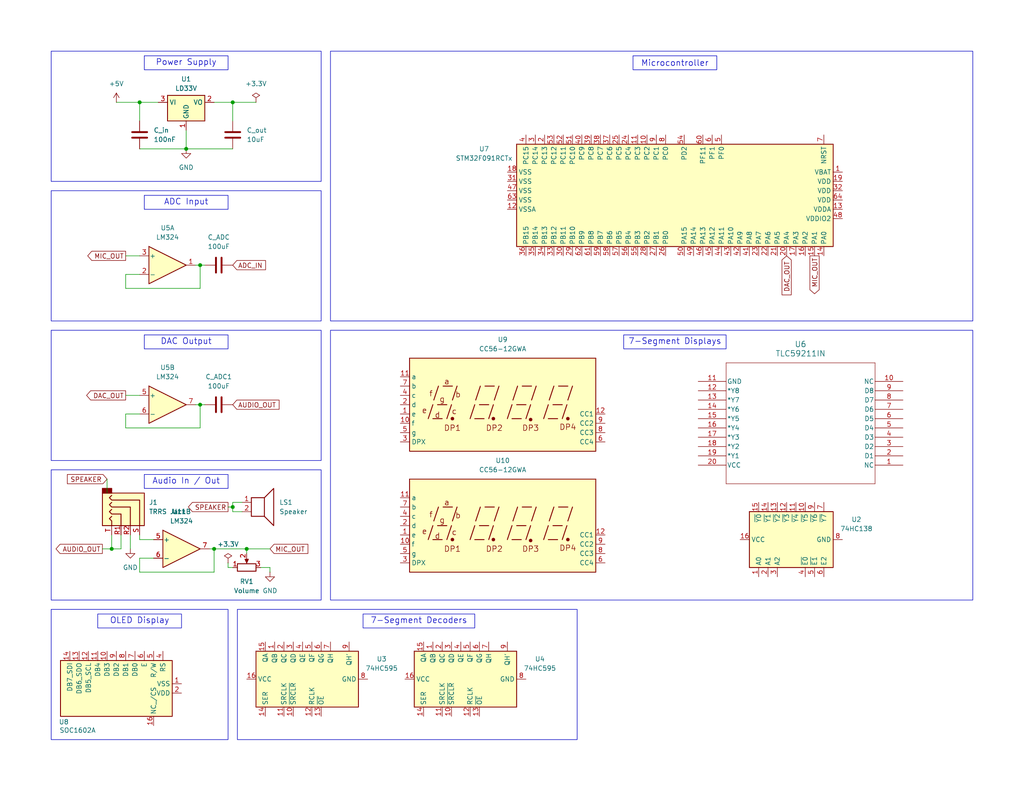
<source format=kicad_sch>
(kicad_sch (version 20231120) (generator "eeschema") (generator_version "8.0")
  (paper "USLetter")
  (title_block (title "Autotune and the Microcontrollers") (date "2024-11-06") (rev "V1.1") (company "Purdue ECE 36200 Group 3"))
  (lib_symbols
    (symbol "74xx:74HC138"
      (property "Reference" "U" (at -7.62 13.97 0))
      (property "Value" "74HC138" (at 2.54 -11.43 0))
      (symbol "74HC138_0_1"
        (rectangle (start -7.62 12.7) (end 7.62 -10.16) (stroke (width 0.254)) (fill (type background)))
      )
      (symbol "74HC138_1_1"
        (pin input line (at -10.16 10.16 0) (length 2.54) (name "A0") (number "1"))
        (pin output line (at 10.16 -2.54 180) (length 2.54) (name "~{Y5}") (number "10"))
        (pin output line (at 10.16 0 180) (length 2.54) (name "~{Y4}") (number "11"))
        (pin output line (at 10.16 2.54 180) (length 2.54) (name "~{Y3}") (number "12"))
        (pin output line (at 10.16 5.08 180) (length 2.54) (name "~{Y2}") (number "13"))
        (pin output line (at 10.16 7.62 180) (length 2.54) (name "~{Y1}") (number "14"))
        (pin output line (at 10.16 10.16 180) (length 2.54) (name "~{Y0}") (number "15"))
        (pin power_in line (at 0 15.24 270) (length 2.54) (name "VCC") (number "16"))
        (pin input line (at -10.16 7.62 0) (length 2.54) (name "A1") (number "2"))
        (pin input line (at -10.16 5.08 0) (length 2.54) (name "A2") (number "3"))
        (pin input line (at -10.16 -2.54 0) (length 2.54) (name "~{E0}") (number "4"))
        (pin input line (at -10.16 -5.08 0) (length 2.54) (name "~{E1}") (number "5"))
        (pin input line (at -10.16 -7.62 0) (length 2.54) (name "E2") (number "6"))
        (pin output line (at 10.16 -7.62 180) (length 2.54) (name "~{Y7}") (number "7"))
        (pin power_in line (at 0 -12.7 90) (length 2.54) (name "GND") (number "8"))
        (pin output line (at 10.16 -5.08 180) (length 2.54) (name "~{Y6}") (number "9"))
      )
    )
    (symbol "74xx:74HC595"
      (property "Reference" "U" (at -7.62 13.97 0))
      (property "Value" "74HC595" (at -7.62 -16.51 0))
      (symbol "74HC595_1_0"
        (pin tri_state line (at 10.16 7.62 180) (length 2.54) (name "QB") (number "1"))
        (pin input line (at -10.16 2.54 0) (length 2.54) (name "~{SRCLR}") (number "10"))
        (pin input line (at -10.16 5.08 0) (length 2.54) (name "SRCLK") (number "11"))
        (pin input line (at -10.16 -2.54 0) (length 2.54) (name "RCLK") (number "12"))
        (pin input line (at -10.16 -5.08 0) (length 2.54) (name "~{OE}") (number "13"))
        (pin input line (at -10.16 10.16 0) (length 2.54) (name "SER") (number "14"))
        (pin tri_state line (at 10.16 10.16 180) (length 2.54) (name "QA") (number "15"))
        (pin power_in line (at 0 15.24 270) (length 2.54) (name "VCC") (number "16"))
        (pin tri_state line (at 10.16 5.08 180) (length 2.54) (name "QC") (number "2"))
        (pin tri_state line (at 10.16 2.54 180) (length 2.54) (name "QD") (number "3"))
        (pin tri_state line (at 10.16 0 180) (length 2.54) (name "QE") (number "4"))
        (pin tri_state line (at 10.16 -2.54 180) (length 2.54) (name "QF") (number "5"))
        (pin tri_state line (at 10.16 -5.08 180) (length 2.54) (name "QG") (number "6"))
        (pin tri_state line (at 10.16 -7.62 180) (length 2.54) (name "QH") (number "7"))
        (pin power_in line (at 0 -17.78 90) (length 2.54) (name "GND") (number "8"))
        (pin output line (at 10.16 -12.7 180) (length 2.54) (name "QH'") (number "9"))
      )
      (symbol "74HC595_1_1"
        (rectangle (start -7.62 12.7) (end 7.62 -15.24) (stroke (width 0.254)) (fill (type background)))
      )
    )
    (symbol "Amplifier_Operational:LM324" (pin_names (offset 0.127))
      (property "Reference" "U" (at 0 5.08 0))
      (property "Value" "LM324" (at 0 -5.08 0))
      (symbol "LM324_1_1"
        (polyline (pts (xy -5.08 5.08) (xy 5.08 0) (xy -5.08 -5.08) (xy -5.08 5.08)) (stroke (width 0.254)) (fill (type background)))
        (pin output line (at 7.62 0 180) (length 2.54) (name "~") (number "1"))
        (pin input line (at -7.62 -2.54 0) (length 2.54) (name "-") (number "2"))
        (pin input line (at -7.62 2.54 0) (length 2.54) (name "+") (number "3"))
      )
      (symbol "LM324_2_1"
        (polyline (pts (xy -5.08 5.08) (xy 5.08 0) (xy -5.08 -5.08) (xy -5.08 5.08)) (stroke (width 0.254)) (fill (type background)))
        (pin input line (at -7.62 2.54 0) (length 2.54) (name "+") (number "5"))
        (pin input line (at -7.62 -2.54 0) (length 2.54) (name "-") (number "6"))
        (pin output line (at 7.62 0 180) (length 2.54) (name "~") (number "7"))
      )
      (symbol "LM324_3_1"
        (polyline (pts (xy -5.08 5.08) (xy 5.08 0) (xy -5.08 -5.08) (xy -5.08 5.08)) (stroke (width 0.254)) (fill (type background)))
        (pin input line (at -7.62 2.54 0) (length 2.54) (name "+") (number "10"))
        (pin output line (at 7.62 0 180) (length 2.54) (name "~") (number "8"))
        (pin input line (at -7.62 -2.54 0) (length 2.54) (name "-") (number "9"))
      )
      (symbol "LM324_4_1"
        (polyline (pts (xy -5.08 5.08) (xy 5.08 0) (xy -5.08 -5.08) (xy -5.08 5.08)) (stroke (width 0.254)) (fill (type background)))
        (pin input line (at -7.62 2.54 0) (length 2.54) (name "+") (number "12"))
        (pin input line (at -7.62 -2.54 0) (length 2.54) (name "-") (number "13"))
        (pin output line (at 7.62 0 180) (length 2.54) (name "~") (number "14"))
      )
      (symbol "LM324_5_1"
        (pin power_in line (at -2.54 -7.62 90) (length 3.81) (name "V-") (number "11"))
        (pin power_in line (at -2.54 7.62 270) (length 3.81) (name "V+") (number "4"))
      )
    )
    (symbol "Connector_Audio:AudioJack4"
      (property "Reference" "J" (at 0 8.89 0))
      (property "Value" "AudioJack4" (at 0 6.35 0))
      (symbol "AudioJack4_0_1"
        (rectangle (start -6.35 -5.08) (end -7.62 -7.62) (stroke (width 0.254)) (fill (type outline)))
        (polyline (pts (xy 0 -5.08) (xy 0.635 -5.715) (xy 1.27 -5.08) (xy 2.54 -5.08)) (stroke (width 0.254)))
        (polyline (pts (xy -5.715 -5.08) (xy -5.08 -5.715) (xy -4.445 -5.08) (xy -4.445 2.54) (xy 2.54 2.54)) (stroke (width 0.254)))
        (polyline (pts (xy -1.905 -5.08) (xy -1.27 -5.715) (xy -0.635 -5.08) (xy -0.635 -2.54) (xy 2.54 -2.54)) (stroke (width 0.254)))
        (polyline (pts (xy 2.54 0) (xy -2.54 0) (xy -2.54 -5.08) (xy -3.175 -5.715) (xy -3.81 -5.08)) (stroke (width 0.254)))
        (rectangle (start 2.54 3.81) (end -6.35 -7.62) (stroke (width 0.254)) (fill (type background)))
      )
      (symbol "AudioJack4_1_1"
        (pin passive line (at 5.08 -2.54 180) (length 2.54) (name "~") (number "R1"))
        (pin passive line (at 5.08 0 180) (length 2.54) (name "~") (number "R2"))
        (pin passive line (at 5.08 2.54 180) (length 2.54) (name "~") (number "S"))
        (pin passive line (at 5.08 -5.08 180) (length 2.54) (name "~") (number "T"))
      )
    )
    (symbol "Device:C" (pin_numbers hide) (pin_names (offset 0.254))
      (property "Reference" "C" (at 0.635 2.54 0))
      (property "Value" "C" (at 0.635 -2.54 0))
      (symbol "C_0_1"
        (polyline (pts (xy -2.032 -0.762) (xy 2.032 -0.762)) (stroke (width 0.508)))
        (polyline (pts (xy -2.032 0.762) (xy 2.032 0.762)) (stroke (width 0.508)))
      )
      (symbol "C_1_1"
        (pin passive line (at 0 3.81 270) (length 2.794) (name "~") (number "1"))
        (pin passive line (at 0 -3.81 90) (length 2.794) (name "~") (number "2"))
      )
    )
    (symbol "Device:R_Potentiometer" (pin_names (offset 1.016) hide)
      (property "Reference" "RV" (at -4.445 0 90))
      (property "Value" "R_Potentiometer" (at -2.54 0 90))
      (symbol "R_Potentiometer_0_1"
        (polyline (pts (xy 2.54 0) (xy 1.524 0)))
        (polyline (pts (xy 1.143 0) (xy 2.286 0.508) (xy 2.286 -0.508) (xy 1.143 0)) (fill (type outline)))
        (rectangle (start 1.016 2.54) (end -1.016 -2.54) (stroke (width 0.254)))
      )
      (symbol "R_Potentiometer_1_1"
        (pin passive line (at 0 3.81 270) (length 1.27) (name "1") (number "1"))
        (pin passive line (at 3.81 0 180) (length 1.27) (name "2") (number "2"))
        (pin passive line (at 0 -3.81 90) (length 1.27) (name "3") (number "3"))
      )
    )
    (symbol "Device:Speaker" (pin_names (offset 0) hide)
      (property "Reference" "LS" (at 1.27 5.715 0))
      (property "Value" "Speaker" (at 1.27 3.81 0))
      (symbol "Speaker_0_0"
        (rectangle (start -2.54 1.27) (end 1.016 -3.81) (stroke (width 0.254)))
        (polyline (pts (xy 1.016 1.27) (xy 3.556 3.81) (xy 3.556 -6.35) (xy 1.016 -3.81)) (stroke (width 0.254)))
      )
      (symbol "Speaker_1_1"
        (pin input line (at -5.08 0 0) (length 2.54) (name "1") (number "1"))
        (pin input line (at -5.08 -2.54 0) (length 2.54) (name "2") (number "2"))
      )
    )
    (symbol "Display_Character:CC56-12GWA"
      (property "Reference" "U" (at -24.13 13.97 0))
      (property "Value" "CC56-12GWA" (at 19.05 13.97 0))
      (symbol "CC56-12GWA_0_0"
        (rectangle (start -25.4 12.7) (end 25.4 -12.7) (stroke (width 0.254)) (fill (type background)))
        (polyline (pts (xy -20.32 -3.81) (xy -19.05 0)) (stroke (width 0.254)))
        (polyline (pts (xy -19.05 -3.81) (xy -16.51 -3.81)) (stroke (width 0.254)))
        (polyline (pts (xy -18.796 1.27) (xy -17.526 5.08)) (stroke (width 0.254)))
        (polyline (pts (xy -17.78 0) (xy -15.24 0)) (stroke (width 0.254)))
        (polyline (pts (xy -16.256 5.08) (xy -13.716 5.08)) (stroke (width 0.254)))
        (polyline (pts (xy -15.24 -3.81) (xy -13.97 0)) (stroke (width 0.254)))
        (polyline (pts (xy -13.716 1.27) (xy -12.446 5.08)) (stroke (width 0.254)))
        (polyline (pts (xy -8.89 -3.81) (xy -7.62 0)) (stroke (width 0.254)))
        (polyline (pts (xy -7.62 -3.81) (xy -5.08 -3.81)) (stroke (width 0.254)))
        (polyline (pts (xy -7.366 1.27) (xy -6.096 5.08)) (stroke (width 0.254)))
        (polyline (pts (xy -6.35 0) (xy -3.81 0)) (stroke (width 0.254)))
        (polyline (pts (xy -4.826 5.08) (xy -2.286 5.08)) (stroke (width 0.254)))
        (polyline (pts (xy -3.81 -3.81) (xy -2.54 0)) (stroke (width 0.254)))
        (polyline (pts (xy -2.286 1.27) (xy -1.016 5.08)) (stroke (width 0.254)))
        (polyline (pts (xy 1.27 -3.81) (xy 2.54 0)) (stroke (width 0.254)))
        (polyline (pts (xy 2.54 -3.81) (xy 5.08 -3.81)) (stroke (width 0.254)))
        (polyline (pts (xy 2.794 1.27) (xy 4.064 5.08)) (stroke (width 0.254)))
        (polyline (pts (xy 3.81 0) (xy 6.35 0)) (stroke (width 0.254)))
        (polyline (pts (xy 5.334 5.08) (xy 7.874 5.08)) (stroke (width 0.254)))
        (polyline (pts (xy 6.35 -3.81) (xy 7.62 0)) (stroke (width 0.254)))
        (polyline (pts (xy 7.874 1.27) (xy 9.144 5.08)) (stroke (width 0.254)))
        (polyline (pts (xy 11.176 -3.81) (xy 12.446 0)) (stroke (width 0.254)))
        (polyline (pts (xy 12.446 -3.81) (xy 14.986 -3.81)) (stroke (width 0.254)))
        (polyline (pts (xy 12.7 1.27) (xy 13.97 5.08)) (stroke (width 0.254)))
        (polyline (pts (xy 13.716 0) (xy 16.256 0)) (stroke (width 0.254)))
        (polyline (pts (xy 15.24 5.08) (xy 17.78 5.08)) (stroke (width 0.254)))
        (polyline (pts (xy 16.256 -3.81) (xy 17.526 0)) (stroke (width 0.254)))
        (polyline (pts (xy 17.78 1.27) (xy 19.05 5.08)) (stroke (width 0.254)))
        (text "a" (at -15.24 6.35 0) (effects (font (size 1.524 1.524))))
        (text "b" (at -12.192 2.794 0) (effects (font (size 1.524 1.524))))
        (text "c" (at -13.208 -1.778 0) (effects (font (size 1.524 1.524))))
        (text "d" (at -17.78 -2.794 0) (effects (font (size 1.524 1.524))))
        (text "DP1" (at -13.716 -6.35 0) (effects (font (size 1.524 1.524))))
        (text "DP2" (at -2.286 -6.35 0) (effects (font (size 1.524 1.524))))
        (text "DP3" (at 7.62 -6.35 0) (effects (font (size 1.524 1.524))))
        (text "DP4" (at 17.78 -6.096 0) (effects (font (size 1.524 1.524))))
        (text "e" (at -21.336 -1.524 0) (effects (font (size 1.524 1.524))))
        (text "f" (at -19.558 3.048 0) (effects (font (size 1.524 1.524))))
        (text "g" (at -16.51 1.524 0) (effects (font (size 1.524 1.524))))
      )
      (symbol "CC56-12GWA_0_1"
        (circle (center -13.716 -3.81) (radius 0.3556) (stroke (width 0.254)) (fill (type outline)))
        (circle (center -2.54 -3.81) (radius 0.3556) (stroke (width 0.254)) (fill (type outline)))
      )
      (symbol "CC56-12GWA_1_0"
        (circle (center 7.62 -4.064) (radius 0.3556) (stroke (width 0.254)) (fill (type outline)))
        (circle (center 17.78 -3.81) (radius 0.3556) (stroke (width 0.254)) (fill (type outline)))
      )
      (symbol "CC56-12GWA_1_1"
        (pin input line (at -27.94 -2.54 0) (length 2.54) (name "e") (number "1"))
        (pin input line (at -27.94 -5.08 0) (length 2.54) (name "f") (number "10"))
        (pin input line (at -27.94 7.62 0) (length 2.54) (name "a") (number "11"))
        (pin input line (at 27.94 -2.54 180) (length 2.54) (name "CC1") (number "12"))
        (pin input line (at -27.94 0 0) (length 2.54) (name "d") (number "2"))
        (pin input line (at -27.94 -10.16 0) (length 2.54) (name "DPX") (number "3"))
        (pin input line (at -27.94 2.54 0) (length 2.54) (name "c") (number "4"))
        (pin input line (at -27.94 -7.62 0) (length 2.54) (name "g") (number "5"))
        (pin input line (at 27.94 -10.16 180) (length 2.54) (name "CC4") (number "6"))
        (pin input line (at -27.94 5.08 0) (length 2.54) (name "b") (number "7"))
        (pin input line (at 27.94 -7.62 180) (length 2.54) (name "CC3") (number "8"))
        (pin input line (at 27.94 -5.08 180) (length 2.54) (name "CC2") (number "9"))
      )
    )
    (symbol "Regulator_Linear:LD1117S33TR_SOT223"
      (property "Reference" "U" (at -3.81 3.175 0))
      (property "Value" "LD1117S33TR_SOT223" (at 0 3.175 0))
      (symbol "LD1117S33TR_SOT223_0_1"
        (rectangle (start -5.08 -5.08) (end 5.08 1.905) (stroke (width 0.254)) (fill (type background)))
      )
      (symbol "LD1117S33TR_SOT223_1_1"
        (pin power_in line (at 0 -7.62 90) (length 2.54) (name "GND") (number "1"))
        (pin power_out line (at 7.62 0 180) (length 2.54) (name "VO") (number "2"))
        (pin power_in line (at -7.62 0 0) (length 2.54) (name "VI") (number "3"))
      )
    )
    (symbol "TLC59211IN:TLC59211IN" (pin_names (offset 0.254))
      (property "Reference" "U" (at 27.94 10.16 0))
      (property "Value" "TLC59211IN" (at 27.94 7.62 0))
      (symbol "TLC59211IN_1_1"
        (polyline (pts (xy 7.62 -27.94) (xy 48.26 -27.94)) (stroke (width 0.127)))
        (polyline (pts (xy 7.62 5.08) (xy 7.62 -27.94)) (stroke (width 0.127)))
        (polyline (pts (xy 48.26 -27.94) (xy 48.26 5.08)) (stroke (width 0.127)))
        (polyline (pts (xy 48.26 5.08) (xy 7.62 5.08)) (stroke (width 0.127)))
        (pin unspecified line (at 0 0 0) (length 7.62) (name "NC") (number "1"))
        (pin unspecified line (at 0 -22.86 0) (length 7.62) (name "NC") (number "10"))
        (pin power_in line (at 55.88 -22.86 180) (length 7.62) (name "GND") (number "11"))
        (pin output line (at 55.88 -20.32 180) (length 7.62) (name "*Y8") (number "12"))
        (pin output line (at 55.88 -17.78 180) (length 7.62) (name "*Y7") (number "13"))
        (pin output line (at 55.88 -15.24 180) (length 7.62) (name "*Y6") (number "14"))
        (pin output line (at 55.88 -12.7 180) (length 7.62) (name "*Y5") (number "15"))
        (pin output line (at 55.88 -10.16 180) (length 7.62) (name "*Y4") (number "16"))
        (pin output line (at 55.88 -7.62 180) (length 7.62) (name "*Y3") (number "17"))
        (pin output line (at 55.88 -5.08 180) (length 7.62) (name "*Y2") (number "18"))
        (pin output line (at 55.88 -2.54 180) (length 7.62) (name "*Y1") (number "19"))
        (pin input line (at 0 -2.54 0) (length 7.62) (name "D1") (number "2"))
        (pin power_in line (at 55.88 0 180) (length 7.62) (name "VCC") (number "20"))
        (pin input line (at 0 -5.08 0) (length 7.62) (name "D2") (number "3"))
        (pin input line (at 0 -7.62 0) (length 7.62) (name "D3") (number "4"))
        (pin input line (at 0 -10.16 0) (length 7.62) (name "D4") (number "5"))
        (pin input line (at 0 -12.7 0) (length 7.62) (name "D5") (number "6"))
        (pin input line (at 0 -15.24 0) (length 7.62) (name "D6") (number "7"))
        (pin input line (at 0 -17.78 0) (length 7.62) (name "D7") (number "8"))
        (pin input line (at 0 -20.32 0) (length 7.62) (name "D8") (number "9"))
      )
    )
    (symbol "power:+5V" (power) (pin_numbers hide) (pin_names (offset 0) hide)
      (property "Value" "+5V" (at 0 3.556 0))
      (symbol "+5V_0_1"
        (polyline (pts (xy -0.762 1.27) (xy 0 2.54)))
        (polyline (pts (xy 0 0) (xy 0 2.54)))
        (polyline (pts (xy 0 2.54) (xy 0.762 1.27)))
      )
      (symbol "+5V_1_1"
        (pin power_in line (at 0 0 90) (length 0) (name "~") (number "1"))
      )
    )
    (symbol "power:GND" (power) (pin_numbers hide) (pin_names (offset 0) hide)
      (property "Value" "GND" (at 0 -3.81 0))
      (symbol "GND_0_1"
        (polyline (pts (xy 0 0) (xy 0 -1.27) (xy 1.27 -1.27) (xy 0 -2.54) (xy -1.27 -1.27) (xy 0 -1.27)))
      )
      (symbol "GND_1_1"
        (pin power_in line (at 0 0 270) (length 0) (name "~") (number "1"))
      )
    )
    (symbol "power:PWR_FLAG" (power) (pin_numbers hide) (pin_names (offset 0) hide)
      (property "Value" "PWR_FLAG" (at 0 3.81 0))
      (symbol "PWR_FLAG_0_0"
        (pin power_out line (at 0 0 90) (length 0) (name "~") (number "1"))
      )
      (symbol "PWR_FLAG_0_1"
        (polyline (pts (xy 0 0) (xy 0 1.27) (xy -1.016 1.905) (xy 0 2.54) (xy 1.016 1.905) (xy 0 1.27)))
      )
    )
    (symbol "soc1602a:SOC1602A"
      (property "Reference" "U" (at -6.35 16.51 0))
      (property "Value" "SOC1602A" (at 2.794 16.51 0))
      (symbol "SOC1602A_0_1"
        (rectangle (start -7.62 15.24) (end 7.62 -15.24) (stroke (width 0.254)) (fill (type background)))
      )
      (symbol "SOC1602A_1_1"
        (pin power_in line (at -1.27 17.78 270) (length 2.54) (name "VSS") (number "1"))
        (pin bidirectional line (at -10.16 -2.54 0) (length 2.54) (name "DB3") (number "10"))
        (pin bidirectional line (at -10.16 -5.08 0) (length 2.54) (name "DB4") (number "11"))
        (pin bidirectional line (at -10.16 -7.62 0) (length 2.54) (name "DB5_SCL") (number "12"))
        (pin bidirectional line (at -10.16 -10.16 0) (length 2.54) (name "DB6_SDO") (number "13"))
        (pin bidirectional line (at -10.16 -12.7 0) (length 2.54) (name "DB7_SDI") (number "14"))
        (pin input line (at 10.16 10.16 180) (length 2.54) (name "NC_/CS") (number "16"))
        (pin power_in line (at 1.27 17.78 270) (length 2.54) (name "VDD") (number "2"))
        (pin input line (at -10.16 12.7 0) (length 2.54) (name "RS") (number "4"))
        (pin input line (at -10.16 10.16 0) (length 2.54) (name "R/W") (number "5"))
        (pin input line (at -10.16 7.62 0) (length 2.54) (name "E") (number "6"))
        (pin bidirectional line (at -10.16 5.08 0) (length 2.54) (name "DB0") (number "7"))
        (pin bidirectional line (at -10.16 2.54 0) (length 2.54) (name "DB1") (number "8"))
        (pin bidirectional line (at -10.16 0 0) (length 2.54) (name "DB2") (number "9"))
      )
    )
    (symbol "stm32f091-cache:STM32F091RCTx"
      (property "Reference" "U" (at -15.24 44.45 0))
      (property "Value" "STM32F091RCTx" (at 7.62 44.45 0))
      (symbol "STM32F091RCTx_0_1"
        (rectangle (start -15.24 -43.18) (end 12.7 43.18) (stroke (width 0.254)) (fill (type background)))
      )
      (symbol "STM32F091RCTx_1_1"
        (pin power_in line (at -7.62 45.72 270) (length 2.54) (name "VBAT") (number "1"))
        (pin bidirectional line (at -17.78 -7.62 0) (length 2.54) (name "PC2") (number "10"))
        (pin bidirectional line (at -17.78 -10.16 0) (length 2.54) (name "PC3") (number "11"))
        (pin power_in line (at 2.54 -45.72 90) (length 2.54) (name "VSSA") (number "12"))
        (pin power_in line (at 2.54 45.72 270) (length 2.54) (name "VDDA") (number "13"))
        (pin bidirectional line (at 15.24 40.64 180) (length 2.54) (name "PA0") (number "14"))
        (pin bidirectional line (at 15.24 38.1 180) (length 2.54) (name "PA1") (number "15"))
        (pin bidirectional line (at 15.24 35.56 180) (length 2.54) (name "PA2") (number "16"))
        (pin bidirectional line (at 15.24 33.02 180) (length 2.54) (name "PA3") (number "17"))
        (pin power_in line (at -7.62 -45.72 90) (length 2.54) (name "VSS") (number "18"))
        (pin power_in line (at -5.08 45.72 270) (length 2.54) (name "VDD") (number "19"))
        (pin bidirectional line (at -17.78 -35.56 0) (length 2.54) (name "PC13") (number "2"))
        (pin bidirectional line (at 15.24 30.48 180) (length 2.54) (name "PA4") (number "20"))
        (pin bidirectional line (at 15.24 27.94 180) (length 2.54) (name "PA5") (number "21"))
        (pin bidirectional line (at 15.24 25.4 180) (length 2.54) (name "PA6") (number "22"))
        (pin bidirectional line (at 15.24 22.86 180) (length 2.54) (name "PA7") (number "23"))
        (pin bidirectional line (at -17.78 -12.7 0) (length 2.54) (name "PC4") (number "24"))
        (pin bidirectional line (at -17.78 -15.24 0) (length 2.54) (name "PC5") (number "25"))
        (pin bidirectional line (at 15.24 -2.54 180) (length 2.54) (name "PB0") (number "26"))
        (pin bidirectional line (at 15.24 -5.08 180) (length 2.54) (name "PB1") (number "27"))
        (pin bidirectional line (at 15.24 -7.62 180) (length 2.54) (name "PB2") (number "28"))
        (pin bidirectional line (at 15.24 -27.94 180) (length 2.54) (name "PB10") (number "29"))
        (pin bidirectional line (at -17.78 -38.1 0) (length 2.54) (name "PC14") (number "3"))
        (pin bidirectional line (at 15.24 -30.48 180) (length 2.54) (name "PB11") (number "30"))
        (pin power_in line (at -5.08 -45.72 90) (length 2.54) (name "VSS") (number "31"))
        (pin power_in line (at -2.54 45.72 270) (length 2.54) (name "VDD") (number "32"))
        (pin bidirectional line (at 15.24 -33.02 180) (length 2.54) (name "PB12") (number "33"))
        (pin bidirectional line (at 15.24 -35.56 180) (length 2.54) (name "PB13") (number "34"))
        (pin bidirectional line (at 15.24 -38.1 180) (length 2.54) (name "PB14") (number "35"))
        (pin bidirectional line (at 15.24 -40.64 180) (length 2.54) (name "PB15") (number "36"))
        (pin bidirectional line (at -17.78 -17.78 0) (length 2.54) (name "PC6") (number "37"))
        (pin bidirectional line (at -17.78 -20.32 0) (length 2.54) (name "PC7") (number "38"))
        (pin bidirectional line (at -17.78 -22.86 0) (length 2.54) (name "PC8") (number "39"))
        (pin bidirectional line (at -17.78 -40.64 0) (length 2.54) (name "PC15") (number "4"))
        (pin bidirectional line (at -17.78 -25.4 0) (length 2.54) (name "PC9") (number "40"))
        (pin bidirectional line (at 15.24 20.32 180) (length 2.54) (name "PA8") (number "41"))
        (pin bidirectional line (at 15.24 17.78 180) (length 2.54) (name "PA9") (number "42"))
        (pin bidirectional line (at 15.24 15.24 180) (length 2.54) (name "PA10") (number "43"))
        (pin bidirectional line (at 15.24 12.7 180) (length 2.54) (name "PA11") (number "44"))
        (pin bidirectional line (at 15.24 10.16 180) (length 2.54) (name "PA12") (number "45"))
        (pin bidirectional line (at 15.24 7.62 180) (length 2.54) (name "PA13") (number "46"))
        (pin power_in line (at -2.54 -45.72 90) (length 2.54) (name "VSS") (number "47"))
        (pin power_in line (at 5.08 45.72 270) (length 2.54) (name "VDDIO2") (number "48"))
        (pin bidirectional line (at 15.24 5.08 180) (length 2.54) (name "PA14") (number "49"))
        (pin input line (at -17.78 12.7 0) (length 2.54) (name "PF0") (number "5"))
        (pin bidirectional line (at 15.24 2.54 180) (length 2.54) (name "PA15") (number "50"))
        (pin bidirectional line (at -17.78 -27.94 0) (length 2.54) (name "PC10") (number "51"))
        (pin bidirectional line (at -17.78 -30.48 0) (length 2.54) (name "PC11") (number "52"))
        (pin bidirectional line (at -17.78 -33.02 0) (length 2.54) (name "PC12") (number "53"))
        (pin bidirectional line (at -17.78 2.54 0) (length 2.54) (name "PD2") (number "54"))
        (pin bidirectional line (at 15.24 -10.16 180) (length 2.54) (name "PB3") (number "55"))
        (pin bidirectional line (at 15.24 -12.7 180) (length 2.54) (name "PB4") (number "56"))
        (pin bidirectional line (at 15.24 -15.24 180) (length 2.54) (name "PB5") (number "57"))
        (pin bidirectional line (at 15.24 -17.78 180) (length 2.54) (name "PB6") (number "58"))
        (pin bidirectional line (at 15.24 -20.32 180) (length 2.54) (name "PB7") (number "59"))
        (pin input line (at -17.78 10.16 0) (length 2.54) (name "PF1") (number "6"))
        (pin bidirectional line (at -17.78 7.62 0) (length 2.54) (name "PF11") (number "60"))
        (pin bidirectional line (at 15.24 -22.86 180) (length 2.54) (name "PB8") (number "61"))
        (pin bidirectional line (at 15.24 -25.4 180) (length 2.54) (name "PB9") (number "62"))
        (pin power_in line (at 0 -45.72 90) (length 2.54) (name "VSS") (number "63"))
        (pin power_in line (at 0 45.72 270) (length 2.54) (name "VDD") (number "64"))
        (pin input line (at -17.78 40.64 0) (length 2.54) (name "NRST") (number "7"))
        (pin bidirectional line (at -17.78 -2.54 0) (length 2.54) (name "PC0") (number "8"))
        (pin bidirectional line (at -17.78 -5.08 0) (length 2.54) (name "PC1") (number "9"))
      )
    )
  )
  (junction (at 38.1 27.94))
  (junction (at 54.61 110.49))
  (junction (at 50.8 40.64))
  (junction (at 58.42 149.86))
  (junction (at 30.48 149.86))
  (junction (at 67.31 149.86))
  (junction (at 63.5 138.43))
  (junction (at 63.5 27.94))
  (junction (at 54.61 72.39))
  (wire (pts (xy 73.66 154.94) (xy 71.12 154.94)))
  (wire (pts (xy 63.5 27.94) (xy 69.85 27.94)))
  (wire (pts (xy 38.1 33.02) (xy 38.1 27.94)))
  (wire (pts (xy 54.61 72.39) (xy 55.88 72.39)))
  (wire (pts (xy 34.29 113.03) (xy 38.1 113.03)))
  (wire (pts (xy 67.31 149.86) (xy 67.31 151.13)))
  (wire (pts (xy 33.02 149.86) (xy 33.02 146.05)))
  (wire (pts (xy 50.8 40.64) (xy 63.5 40.64)))
  (wire (pts (xy 54.61 72.39) (xy 54.61 78.74)))
  (wire (pts (xy 50.8 35.56) (xy 50.8 40.64)))
  (wire (pts (xy 58.42 149.86) (xy 67.31 149.86)))
  (wire (pts (xy 62.23 138.43) (xy 63.5 138.43)))
  (wire (pts (xy 31.75 27.94) (xy 38.1 27.94)))
  (wire (pts (xy 62.23 154.94) (xy 63.5 154.94)))
  (wire (pts (xy 63.5 138.43) (xy 63.5 137.16)))
  (wire (pts (xy 63.5 137.16) (xy 66.04 137.16)))
  (wire (pts (xy 58.42 27.94) (xy 63.5 27.94)))
  (wire (pts (xy 53.34 110.49) (xy 54.61 110.49)))
  (wire (pts (xy 29.21 130.81) (xy 29.21 134.62)))
  (wire (pts (xy 67.31 149.86) (xy 73.66 149.86)))
  (wire (pts (xy 73.66 154.94) (xy 73.66 156.21)))
  (wire (pts (xy 34.29 116.84) (xy 34.29 113.03)))
  (wire (pts (xy 58.42 149.86) (xy 58.42 156.21)))
  (wire (pts (xy 38.1 40.64) (xy 50.8 40.64)))
  (wire (pts (xy 38.1 27.94) (xy 43.18 27.94)))
  (wire (pts (xy 30.48 146.05) (xy 30.48 149.86)))
  (wire (pts (xy 38.1 156.21) (xy 38.1 152.4)))
  (wire (pts (xy 63.5 27.94) (xy 63.5 33.02)))
  (wire (pts (xy 34.29 107.95) (xy 38.1 107.95)))
  (wire (pts (xy 30.48 149.86) (xy 33.02 149.86)))
  (wire (pts (xy 34.29 69.85) (xy 38.1 69.85)))
  (wire (pts (xy 58.42 156.21) (xy 38.1 156.21)))
  (wire (pts (xy 38.1 147.32) (xy 38.1 146.05)))
  (wire (pts (xy 34.29 74.93) (xy 38.1 74.93)))
  (wire (pts (xy 54.61 110.49) (xy 54.61 116.84)))
  (wire (pts (xy 62.23 153.67) (xy 62.23 154.94)))
  (wire (pts (xy 34.29 78.74) (xy 34.29 74.93)))
  (wire (pts (xy 38.1 147.32) (xy 41.91 147.32)))
  (wire (pts (xy 57.15 149.86) (xy 58.42 149.86)))
  (wire (pts (xy 54.61 116.84) (xy 34.29 116.84)))
  (wire (pts (xy 27.94 149.86) (xy 30.48 149.86)))
  (wire (pts (xy 53.34 72.39) (xy 54.61 72.39)))
  (wire (pts (xy 38.1 152.4) (xy 41.91 152.4)))
  (wire (pts (xy 63.5 138.43) (xy 63.5 139.7)))
  (wire (pts (xy 35.56 146.05) (xy 35.56 149.86)))
  (wire (pts (xy 63.5 139.7) (xy 66.04 139.7)))
  (wire (pts (xy 54.61 78.74) (xy 34.29 78.74)))
  (wire (pts (xy 54.61 110.49) (xy 55.88 110.49)))
  (rectangle (start 13.97 90.17) (end 87.63 125.73))
  (rectangle (start 64.77 166.37) (end 157.48 201.93))
  (rectangle (start 90.17 90.17) (end 265.43 163.83))
  (rectangle (start 13.97 13.97) (end 87.63 49.53))
  (rectangle (start 90.17 13.97) (end 265.43 87.63))
  (rectangle (start 13.97 166.37) (end 62.23 201.93))
  (rectangle (start 13.97 52.07) (end 87.63 87.63))
  (rectangle (start 13.97 128.27) (end 87.63 163.83))
  (text_box "ADC Input" (at 39.37 53.34 0) (size 22.86 3.81) (effects (font (size 1.6256 1.6256)) (justify bottom)))
  (text_box "7-Segment Decoders" (at 99.06 167.64 0) (size 30.48 3.81) (effects (font (size 1.6256 1.6256)) (justify bottom)))
  (text_box "Audio In / Out" (at 39.37 129.54 0) (size 22.86 3.81) (effects (font (size 1.6256 1.6256)) (justify bottom)))
  (text_box "Microcontroller" (at 172.72 15.24 0) (size 22.86 3.81) (effects (font (size 1.6256 1.6256))))
  (text_box "7-Segment Displays" (at 170.18 91.44 0) (size 27.94 3.81) (effects (font (size 1.6256 1.6256)) (justify bottom)))
  (text_box "Power Supply" (at 39.37 15.24 0) (size 22.86 3.81) (effects (font (size 1.6256 1.6256)) (justify bottom)))
  (text_box "DAC Output" (at 39.37 91.44 0) (size 22.86 3.81) (effects (font (size 1.6256 1.6256)) (justify bottom)))
  (text_box "OLED Display\n" (at 26.67 167.64 0) (size 22.86 3.81) (effects (font (size 1.6256 1.6256)) (justify bottom)))
  (global_label "MIC_OUT" (shape output) (at 34.29 69.85 180) (property "Intersheetrefs" "${INTERSHEET_REFS}" (effects (hide yes))))
  (global_label "DAC_OUT" (shape input) (at 214.63 69.85 270) (property "Intersheetrefs" "${INTERSHEET_REFS}" (effects (hide yes))))
  (global_label "SPEAKER" (shape output) (at 62.23 138.43 180) (property "Intersheetrefs" "${INTERSHEET_REFS}" (effects (hide yes))))
  (global_label "AUDIO_OUT" (shape output) (at 27.94 149.86 180) (property "Intersheetrefs" "${INTERSHEET_REFS}" (effects (hide yes))))
  (global_label "SPEAKER" (shape input) (at 29.21 130.81 180) (property "Intersheetrefs" "${INTERSHEET_REFS}" (effects (hide yes))))
  (global_label "ADC_IN" (shape input) (at 63.5 72.39 0) (property "Intersheetrefs" "${INTERSHEET_REFS}" (effects (hide yes))))
  (global_label "AUDIO_OUT" (shape input) (at 63.5 110.49 0) (property "Intersheetrefs" "${INTERSHEET_REFS}" (effects (hide yes))))
  (global_label "MIC_OUT" (shape input) (at 73.66 149.86 0) (property "Intersheetrefs" "${INTERSHEET_REFS}" (effects (hide yes))))
  (global_label "MIC_OUT" (shape output) (at 222.25 69.85 270) (property "Intersheetrefs" "${INTERSHEET_REFS}" (effects (hide yes))))
  (global_label "DAC_OUT" (shape output) (at 34.29 107.95 180) (property "Intersheetrefs" "${INTERSHEET_REFS}" (effects (hide yes))))
  (symbol (lib_id "TLC59211IN:TLC59211IN") (at 246.38 127 180) (unit 1)
    (property "Reference" "U6" (at 218.44 93.98 0) (effects (font (size 1.524 1.524))))
    (property "Value" "TLC59211IN" (at 218.44 96.52 0) (effects (font (size 1.524 1.524))))
    (property "Footprint" "N20" (effects (hide yes)))
    (property "Datasheet" "TLC59211IN" (effects (hide yes)))
  )
  (symbol (lib_id "power:+5V") (at 31.75 27.94 0) (unit 1)
    (property "Reference" "#PWR02" (effects (hide yes)))
    (property "Value" "+5V" (at 31.75 22.86 0))
    (property "Description" "Power symbol creates a global label with name \"+5V\"" (effects (hide yes)))
  )
  (symbol (lib_id "power:GND") (at 73.66 156.21 0) (unit 1)
    (property "Reference" "#PWR04" (effects (hide yes)))
    (property "Value" "GND" (at 73.66 161.29 0))
    (property "Description" "Power symbol creates a global label with name \"GND\" , ground" (effects (hide yes)))
  )
  (symbol (lib_id "power:GND") (at 35.56 149.86 0) (unit 1)
    (property "Reference" "#PWR03" (effects (hide yes)))
    (property "Value" "GND" (at 35.56 154.94 0))
    (property "Description" "Power symbol creates a global label with name \"GND\" , ground" (effects (hide yes)))
  )
  (symbol (lib_id "Device:C") (at 59.69 110.49 90) (unit 1)
    (property "Reference" "C_ADC1" (at 59.69 102.87 90))
    (property "Value" "100uF" (at 59.69 105.41 90))
    (property "Description" "Unpolarized capacitor" (effects (hide yes)))
  )
  (symbol (lib_id "Device:C") (at 59.69 72.39 90) (unit 1)
    (property "Reference" "C_ADC" (at 59.69 64.77 90))
    (property "Value" "100uF" (at 59.69 67.31 90))
    (property "Description" "Unpolarized capacitor" (effects (hide yes)))
  )
  (symbol (lib_id "Connector_Audio:AudioJack4") (at 35.56 140.97 270) (unit 1)
    (property "Reference" "J1" (at 40.64 137.1599 90) (effects (justify left)))
    (property "Value" "TRRS Jack" (at 40.64 139.6999 90) (effects (justify left)))
    (property "Description" "Audio Jack, 4 Poles (TRRS)" (effects (hide yes)))
  )
  (symbol (lib_id "power:PWR_FLAG") (at 62.23 153.67 0) (unit 1)
    (property "Reference" "#FLG02" (effects (hide yes)))
    (property "Value" "+3.3V" (at 62.23 148.59 0))
    (property "Description" "Special symbol for telling ERC where power comes from" (effects (hide yes)))
  )
  (symbol (lib_id "Device:Speaker") (at 71.12 137.16 0) (unit 1)
    (property "Reference" "LS1" (at 76.2 137.1599 0) (effects (justify left)))
    (property "Value" "Speaker" (at 76.2 139.6999 0) (effects (justify left)))
    (property "Description" "Speaker" (effects (hide yes)))
  )
  (symbol (lib_id "stm32f091-cache:STM32F091RCTx") (at 184.15 54.61 270) (unit 1)
    (property "Reference" "U7" (at 132.08 40.6714 90))
    (property "Value" "STM32F091RCTx" (at 132.08 43.2114 90))
    (property "Footprint" "Package_QFP:LQFP-64_10x10mm_P0.5mm" (effects (hide yes)))
  )
  (symbol (lib_id "Amplifier_Operational:LM324") (at 45.72 110.49 0) (unit 2)
    (property "Reference" "U5" (at 45.72 100.33 0))
    (property "Value" "LM324" (at 45.72 102.87 0))
    (property "Datasheet" "http://www.ti.com/lit/ds/symlink/lm2902-n.pdf" (effects (hide yes)))
    (property "Description" "Low-Power, Quad-Operational Amplifiers, DIP-14/SOIC-14/SSOP-14" (effects (hide yes)))
  )
  (symbol (lib_id "Amplifier_Operational:LM324") (at 49.53 149.86 0) (unit 2)
    (property "Reference" "U11" (at 49.53 139.7 0))
    (property "Value" "LM324" (at 49.53 142.24 0))
    (property "Datasheet" "http://www.ti.com/lit/ds/symlink/lm2902-n.pdf" (effects (hide yes)))
    (property "Description" "Low-Power, Quad-Operational Amplifiers, DIP-14/SOIC-14/SSOP-14" (effects (hide yes)))
  )
  (symbol (lib_id "Display_Character:CC56-12GWA") (at 137.16 110.49 0) (unit 1)
    (property "Reference" "U9" (at 137.16 92.71 0))
    (property "Value" "CC56-12GWA" (at 137.16 95.25 0))
    (property "Footprint" "Display_7Segment:CC56-12GWA" (effects (hide yes)))
    (property "Datasheet" "http://www.kingbrightusa.com/images/catalog/SPEC/CC56-12GWA.pdf" (effects (hide yes)))
    (property "Description" "4 digit 7 segment green LED, common cathode" (effects (hide yes)))
  )
  (symbol (lib_id "Device:R_Potentiometer") (at 67.31 154.94 90) (unit 1)
    (property "Reference" "RV1" (at 67.31 158.75 90))
    (property "Value" "Volume" (at 67.31 161.29 90))
    (property "Description" "Potentiometer" (effects (hide yes)))
  )
  (symbol (lib_id "74xx:74HC138") (at 217.17 147.32 90) (unit 1)
    (property "Reference" "U2" (at 233.68 141.8238 90))
    (property "Value" "74HC138" (at 233.68 144.3638 90))
    (property "Datasheet" "http://www.ti.com/lit/ds/symlink/cd74hc238.pdf" (effects (hide yes)))
    (property "Description" "3-to-8 line decoder/multiplexer inverting, DIP-16/SOIC-16/SSOP-16" (effects (hide yes)))
  )
  (symbol (lib_id "power:GND") (at 50.8 40.64 0) (unit 1)
    (property "Reference" "#PWR01" (effects (hide yes)))
    (property "Value" "GND" (at 50.8 45.72 0))
    (property "Description" "Power symbol creates a global label with name \"GND\" , ground" (effects (hide yes)))
  )
  (symbol (lib_id "power:PWR_FLAG") (at 69.85 27.94 0) (unit 1)
    (property "Reference" "#FLG01" (effects (hide yes)))
    (property "Value" "+3.3V" (at 69.85 22.86 0))
    (property "Description" "Special symbol for telling ERC where power comes from" (effects (hide yes)))
  )
  (symbol (lib_id "Regulator_Linear:LD1117S33TR_SOT223") (at 50.8 27.94 0) (unit 1)
    (property "Reference" "U1" (at 50.8 21.59 0))
    (property "Value" "LD33V" (at 50.8 24.13 0))
    (property "Footprint" "Package_TO_SOT_SMD:SOT-223-3_TabPin2" (effects (hide yes)))
    (property "Datasheet" "http://www.st.com/st-web-ui/static/active/en/resource/technical/document/datasheet/CD00000544.pdf" (effects (hide yes)))
    (property "Description" "800mA Fixed Low Drop Positive Voltage Regulator, Fixed Output 3.3V, SOT-223" (effects (hide yes)))
  )
  (symbol (lib_id "Display_Character:CC56-12GWA") (at 137.16 143.51 0) (unit 1)
    (property "Reference" "U10" (at 137.16 125.73 0))
    (property "Value" "CC56-12GWA" (at 137.16 128.27 0))
    (property "Footprint" "Display_7Segment:CC56-12GWA" (effects (hide yes)))
    (property "Datasheet" "http://www.kingbrightusa.com/images/catalog/SPEC/CC56-12GWA.pdf" (effects (hide yes)))
    (property "Description" "4 digit 7 segment green LED, common cathode" (effects (hide yes)))
  )
  (symbol (lib_id "74xx:74HC595") (at 125.73 185.42 90) (unit 1)
    (property "Reference" "U4" (at 147.32 179.9238 90))
    (property "Value" "74HC595" (at 147.32 182.4638 90))
    (property "Datasheet" "http://www.ti.com/lit/ds/symlink/sn74hc595.pdf" (effects (hide yes)))
    (property "Description" "8-bit serial in/out Shift Register 3-State Outputs" (effects (hide yes)))
  )
  (symbol (lib_id "Amplifier_Operational:LM324") (at 45.72 72.39 0) (unit 1)
    (property "Reference" "U5" (at 45.72 62.23 0))
    (property "Value" "LM324" (at 45.72 64.77 0))
    (property "Datasheet" "http://www.ti.com/lit/ds/symlink/lm2902-n.pdf" (effects (hide yes)))
    (property "Description" "Low-Power, Quad-Operational Amplifiers, DIP-14/SOIC-14/SSOP-14" (effects (hide yes)))
  )
  (symbol (lib_id "Device:C") (at 63.5 36.83 0) (unit 1)
    (property "Reference" "C_out" (at 67.31 35.5599 0) (effects (justify left)))
    (property "Value" "10uF" (at 67.31 38.0999 0) (effects (justify left)))
    (property "Description" "Unpolarized capacitor" (effects (hide yes)))
  )
  (symbol (lib_id "74xx:74HC595") (at 82.55 185.42 90) (unit 1)
    (property "Reference" "U3" (at 104.14 179.9238 90))
    (property "Value" "74HC595" (at 104.14 182.4638 90))
    (property "Datasheet" "http://www.ti.com/lit/ds/symlink/sn74hc595.pdf" (effects (hide yes)))
    (property "Description" "8-bit serial in/out Shift Register 3-State Outputs" (effects (hide yes)))
  )
  (symbol (lib_id "soc1602a:SOC1602A") (at 31.75 187.96 270) (unit 1)
    (property "Reference" "U8" (at 18.796 197.104 90) (effects (justify right)))
    (property "Value" "SOC1602A" (at 26.162 199.39 90) (effects (justify right)))
    (property "Footprint" "Display:SOC1602A" (effects (hide yes)))
    (property "Datasheet" "https://engineering.purdue.edu/ece362/refs/SOC1602A.pdf" (effects (hide yes)))
    (property "Description" "OLED 16x2 Alphanumeric gray backlight, 3 or 5V VDD, serial or parallel" (effects (hide yes)))
  )
  (symbol (lib_id "Device:C") (at 38.1 36.83 0) (unit 1)
    (property "Reference" "C_in" (at 41.91 35.5599 0) (effects (justify left)))
    (property "Value" "100nF" (at 41.91 38.0999 0) (effects (justify left)))
    (property "Description" "Unpolarized capacitor" (effects (hide yes)))
  )
)
</source>
